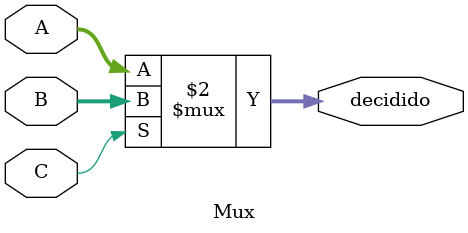
<source format=sv>
module Mux(
  input  wire [31:0] A,
  input  wire [31:0] B,
  input  wire        C,
  output reg  [31:0] decidido
);


	always @(*) begin
		decidido = C ? B : A;
	end
	
endmodule
</source>
